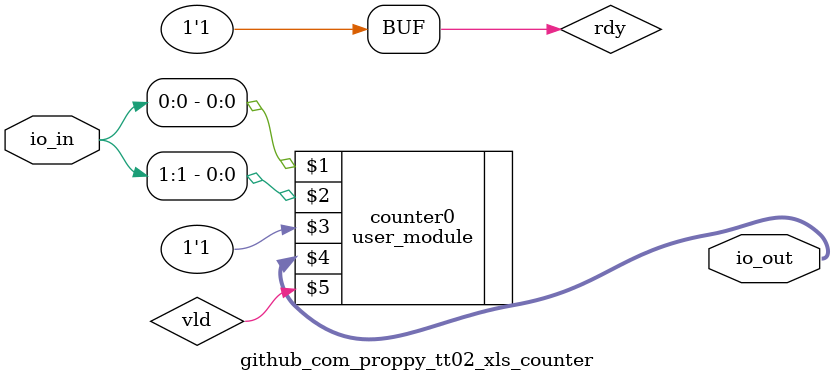
<source format=v>
module github_com_proppy_tt02_xls_counter(
  input wire [7:0] io_in,
  output wire [7:0] io_out
);
  wire 	    rdy = 1;
  wire 	    vld;
  user_module counter0(io_in[0], io_in[1], rdy, io_out, vld);
endmodule

</source>
